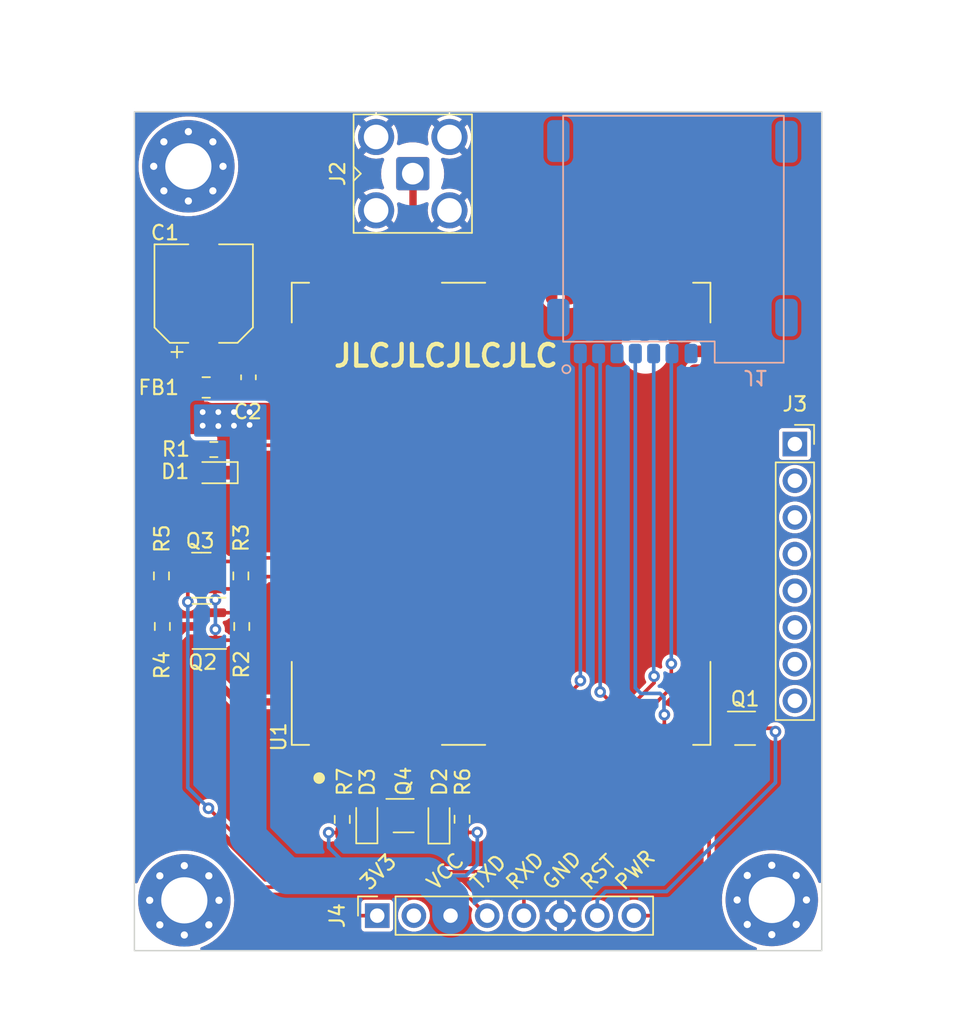
<source format=kicad_pcb>
(kicad_pcb (version 20241229) (generator "pcbnew") (generator_version "9.0")
  (layers (0 "F.Cu" signal) (2 "B.Cu" signal) (13 "F.Paste" user) (15 "B.Paste" user) (5 "F.SilkS" user "F.Silkscreen") (7 "B.SilkS" user "B.Silkscreen") (1 "F.Mask" user) (3 "B.Mask" user) (25 "Edge.Cuts" user))
  (net 0 "")
  (net 1 "VBATT_RF")
  (net 2 "GND")
  (net 3 "Net-(D1-K)")
  (net 4 "Net-(D1-A)")
  (net 5 "Net-(D2-K)")
  (net 6 "Net-(D2-A)")
  (net 7 "Net-(D3-K)")
  (net 8 "Net-(D3-A)")
  (net 9 "VBATT_BB")
  (net 10 "/USIM_VDD")
  (net 11 "/USIM_RST")
  (net 12 "/USIM_CLK")
  (net 13 "/USIM_GND")
  (net 15 "/USIM_DATA")
  (net 16 "Net-(J2-In)")
  (net 17 "RESET")
  (net 18 "Net-(Q1B-C2)")
  (net 19 "PWRKEY")
  (net 20 "Net-(Q1A-C1)")
  (net 21 "VDD_EXT")
  (net 22 "UC200_RX")
  (net 23 "EXTERNAL_TXD")
  (net 24 "UC200_TX")
  (net 25 "EXTERNAL_RXD")
  (net 26 "NET_MODE")
  (net 27 "NET_STATUS")
  (net 28 "+3.3V")
  (footprint "LED_SMD:LED_0603_1608Metric_Pad1.05x0.95mm_HandSolder" (layer "F.Cu") (at 110.2984 95.325 90)
    (property "Reference" "D2" (at 2.615 0.0392 90) (layer "F.SilkS"))
    (property "Value" "Green")
    (pad "1" smd roundrect (at -0.875 0 90) (size 1.05 0.95) (layers "F.Cu" "F.Mask" "F.Paste") (net 5 "Net-(D2-K)"))
    (pad "2" smd roundrect (at 0.875 0 90) (size 1.05 0.95) (layers "F.Cu" "F.Mask" "F.Paste") (net 6 "Net-(D2-A)"))
  )
  (footprint "Smart Farm Library:UC200T" (layer "F.Cu") (at 114.6 74.15 90)
    (property "Reference" "U1" (at -15.45 -15.4 90) (layer "F.SilkS") (effects (font (size 1.000323 1.000323))))
    (property "Value" "UC200T")
    (pad "1" smd oval (at -15.75 -12.6 90) (size 2.5 0.8) (layers "F.Cu" "F.Mask"))
    (pad "2" smd oval (at -15.75 -11.3 90) (size 2.5 0.8) (layers "F.Cu" "F.Mask"))
    (pad "3" smd oval (at -15.75 -10 90) (size 2.5 0.8) (layers "F.Cu" "F.Mask"))
    (pad "4" smd oval (at -15.75 -8.7 90) (size 2.5 0.8) (layers "F.Cu" "F.Mask"))
    (pad "5" smd oval (at -15.75 -7.4 90) (size 2.5 0.8) (layers "F.Cu" "F.Mask") (net 26 "NET_MODE"))
    (pad "6" smd oval (at -15.75 -6.1 90) (size 2.5 0.8) (layers "F.Cu" "F.Mask") (net 27 "NET_STATUS"))
    (pad "7" smd oval (at -15.75 -4.8 90) (size 2.5 0.8) (layers "F.Cu" "F.Mask") (net 21 "VDD_EXT"))
    (pad "8" smd oval (at -15.75 -0.4 90) (size 2.5 0.8) (layers "F.Cu" "F.Mask") (net 2 "GND"))
    (pad "9" smd oval (at -15.75 0.9 90) (size 2.5 0.8) (layers "F.Cu" "F.Mask") (net 2 "GND"))
    (pad "10" smd oval (at -15.75 2.2 90) (size 2.5 0.8) (layers "F.Cu" "F.Mask") (net 13 "/USIM_GND"))
    (pad "11" smd oval (at -15.75 3.5 90) (size 2.5 0.8) (layers "F.Cu" "F.Mask"))
    (pad "12" smd oval (at -15.75 4.8 90) (size 2.5 0.8) (layers "F.Cu" "F.Mask"))
    (pad "13" smd oval (at -15.75 6.1 90) (size 2.5 0.8) (layers "F.Cu" "F.Mask"))
    (pad "14" smd oval (at -15.75 7.4 90) (size 2.5 0.8) (layers "F.Cu" "F.Mask") (net 10 "/USIM_VDD"))
    (pad "15" smd oval (at -15.75 8.7 90) (size 2.5 0.8) (layers "F.Cu" "F.Mask") (net 15 "/USIM_DATA"))
    (pad "16" smd oval (at -15.75 10 90) (size 2.5 0.8) (layers "F.Cu" "F.Mask") (net 12 "/USIM_CLK"))
    (pad "17" smd oval (at -15.75 11.3 90) (size 2.5 0.8) (layers "F.Cu" "F.Mask") (net 11 "/USIM_RST"))
    (pad "18" smd oval (at -15.75 12.6 90) (size 2.5 0.8) (layers "F.Cu" "F.Mask"))
    (pad "19" smd oval (at -9.55 14.25 180) (size 2.5 0.8) (layers "F.Cu" "F.Mask") (net 2 "GND"))
    (pad "20" smd oval (at -8.25 14.25 180) (size 2.5 0.8) (layers "F.Cu" "F.Mask") (net 18 "Net-(Q1B-C2)"))
    (pad "21" smd oval (at -6.95 14.25 180) (size 2.5 0.8) (layers "F.Cu" "F.Mask") (net 20 "Net-(Q1A-C1)"))
    (pad "22" smd oval (at -5.65 14.25 180) (size 2.5 0.8) (layers "F.Cu" "F.Mask") (net 2 "GND"))
    (pad "23" smd oval (at -4.35 14.25 180) (size 2.5 0.8) (layers "F.Cu" "F.Mask"))
    (pad "24" smd oval (at -3.05 14.25 180) (size 2.5 0.8) (layers "F.Cu" "F.Mask"))
    (pad "25" smd oval (at -1.75 14.25 180) (size 2.5 0.8) (layers "F.Cu" "F.Mask"))
    (pad "26" smd oval (at -0.45 14.25 180) (size 2.5 0.8) (layers "F.Cu" "F.Mask"))
    (pad "27" smd oval (at 0.85 14.25 180) (size 2.5 0.8) (layers "F.Cu" "F.Mask"))
    (pad "28" smd oval (at 2.15 14.25 180) (size 2.5 0.8) (layers "F.Cu" "F.Mask"))
    (pad "29" smd oval (at 3.45 14.25 180) (size 2.5 0.8) (layers "F.Cu" "F.Mask"))
    (pad "30" smd oval (at 4.75 14.25 180) (size 2.5 0.8) (layers "F.Cu" "F.Mask"))
    (pad "31" smd oval (at 6.05 14.25 180) (size 2.5 0.8) (layers "F.Cu" "F.Mask"))
    (pad "32" smd oval (at 7.35 14.25 180) (size 2.5 0.8) (layers "F.Cu" "F.Mask"))
    (pad "33" smd oval (at 8.65 14.25 180) (size 2.5 0.8) (layers "F.Cu" "F.Mask"))
    (pad "34" smd oval (at 9.95 14.25 180) (size 2.5 0.8) (layers "F.Cu" "F.Mask"))
    (pad "35" smd oval (at 11.25 14.25 180) (size 2.5 0.8) (layers "F.Cu" "F.Mask"))
    (pad "36" smd oval (at 12.55 14.25 180) (size 2.5 0.8) (layers "F.Cu" "F.Mask") (net 2 "GND"))
    (pad "37" smd oval (at 15.75 12.6 270) (size 2.5 0.8) (layers "F.Cu" "F.Mask"))
    (pad "38" smd oval (at 15.75 11.3 270) (size 2.5 0.8) (layers "F.Cu" "F.Mask"))
    (pad "39" smd oval (at 15.75 10 270) (size 2.5 0.8) (layers "F.Cu" "F.Mask"))
    (pad "40" smd oval (at 15.75 8.7 270) (size 2.5 0.8) (layers "F.Cu" "F.Mask"))
    (pad "41" smd oval (at 15.75 7.4 270) (size 2.5 0.8) (layers "F.Cu" "F.Mask"))
    (pad "42" smd oval (at 15.75 6.1 270) (size 2.5 0.8) (layers "F.Cu" "F.Mask"))
    (pad "43" smd oval (at 15.75 4.8 270) (size 2.5 0.8) (layers "F.Cu" "F.Mask"))
    (pad "44" smd oval (at 15.75 3.5 270) (size 2.5 0.8) (layers "F.Cu" "F.Mask"))
    (pad "45" smd oval (at 15.75 2.2 270) (size 2.5 0.8) (layers "F.Cu" "F.Mask"))
    (pad "46" smd oval (at 15.75 0.9 270) (size 2.5 0.8) (layers "F.Cu" "F.Mask") (net 2 "GND"))
    (pad "47" smd oval (at 15.75 -0.4 270) (size 2.5 0.8) (layers "F.Cu" "F.Mask"))
    (pad "48" smd oval (at 15.75 -4.8 270) (size 2.5 0.8) (layers "F.Cu" "F.Mask") (net 2 "GND"))
    (pad "49" smd oval (at 15.75 -6.1 270) (size 2.5 0.8) (layers "F.Cu" "F.Mask") (net 16 "Net-(J2-In)"))
    (pad "50" smd oval (at 15.75 -7.4 270) (size 2.5 0.8) (layers "F.Cu" "F.Mask") (net 2 "GND"))
    (pad "51" smd oval (at 15.75 -8.7 270) (size 2.5 0.8) (layers "F.Cu" "F.Mask") (net 2 "GND"))
    (pad "52" smd oval (at 15.75 -10 270) (size 2.5 0.8) (layers "F.Cu" "F.Mask") (net 2 "GND"))
    (pad "53" smd oval (at 15.75 -11.3 270) (size 2.5 0.8) (layers "F.Cu" "F.Mask") (net 2 "GND"))
    (pad "54" smd oval (at 15.75 -12.6 270) (size 2.5 0.8) (layers "F.Cu" "F.Mask") (net 2 "GND"))
    (pad "55" smd oval (at 12.55 -14.25) (size 2.5 0.8) (layers "F.Cu" "F.Mask"))
    (pad "56" smd oval (at 11.25 -14.25) (size 2.5 0.8) (layers "F.Cu" "F.Mask") (net 2 "GND"))
    (pad "57" smd oval (at 9.95 -14.25) (size 2.5 0.8) (layers "F.Cu" "F.Mask") (net 1 "VBATT_RF"))
    (pad "58" smd oval (at 8.65 -14.25) (size 2.5 0.8) (layers "F.Cu" "F.Mask") (net 1 "VBATT_RF"))
    (pad "59" smd oval (at 7.35 -14.25) (size 2.5 0.8) (layers "F.Cu" "F.Mask") (net 9 "VBATT_BB"))
    (pad "60" smd oval (at 6.05 -14.25) (size 2.5 0.8) (layers "F.Cu" "F.Mask") (net 9 "VBATT_BB"))
    (pad "61" smd oval (at 4.75 -14.25) (size 2.5 0.8) (layers "F.Cu" "F.Mask") (net 3 "Net-(D1-K)"))
    (pad "62" smd oval (at 3.45 -14.25) (size 2.5 0.8) (layers "F.Cu" "F.Mask"))
    (pad "63" smd oval (at 2.15 -14.25) (size 2.5 0.8) (layers "F.Cu" "F.Mask"))
    (pad "64" smd oval (at 0.85 -14.25) (size 2.5 0.8) (layers "F.Cu" "F.Mask"))
    (pad "65" smd oval (at -0.45 -14.25) (size 2.5 0.8) (layers "F.Cu" "F.Mask"))
    (pad "66" smd oval (at -1.75 -14.25) (size 2.5 0.8) (layers "F.Cu" "F.Mask"))
    (pad "67" smd oval (at -3.05 -14.25) (size 2.5 0.8) (layers "F.Cu" "F.Mask") (net 24 "UC200_TX"))
    (pad "68" smd oval (at -4.35 -14.25) (size 2.5 0.8) (layers "F.Cu" "F.Mask") (net 22 "UC200_RX"))
    (pad "69" smd oval (at -5.65 -14.25) (size 2.5 0.8) (layers "F.Cu" "F.Mask"))
    (pad "70" smd oval (at -6.95 -14.25) (size 2.5 0.8) (layers "F.Cu" "F.Mask"))
    (pad "71" smd oval (at -8.25 -14.25) (size 2.5 0.8) (layers "F.Cu" "F.Mask"))
    (pad "72" smd oval (at -9.55 -14.25) (size 2.5 0.8) (layers "F.Cu" "F.Mask") (net 2 "GND"))
    (pad "85" smd rect (at 8.2 -9.6) (size 3 2) (layers "F.Cu" "F.Mask") (net 2 "GND"))
    (pad "86" smd rect (at 8.2 -4.8) (size 3 2) (layers "F.Cu" "F.Mask") (net 2 "GND"))
    (pad "87" smd rect (at 8.2 0) (size 3 2) (layers "F.Cu" "F.Mask") (net 2 "GND"))
    (pad "88" smd rect (at 8.2 4.8) (size 3 2) (layers "F.Cu" "F.Mask") (net 2 "GND"))
    (pad "89" smd rect (at 8.2 9.6) (size 3 2) (layers "F.Cu" "F.Mask") (net 2 "GND"))
    (pad "90" smd rect (at 5 -9.6) (size 3 2) (layers "F.Cu" "F.Mask") (net 2 "GND"))
    (pad "91" smd rect (at 5 -4.8) (size 3 2) (layers "F.Cu" "F.Mask") (net 2 "GND"))
    (pad "92" smd rect (at 5 0) (size 3 2) (layers "F.Cu" "F.Mask") (net 2 "GND"))
    (pad "93" smd rect (at 5 4.8) (size 3 2) (layers "F.Cu" "F.Mask") (net 2 "GND"))
    (pad "94" smd rect (at 5 9.6) (size 3 2) (layers "F.Cu" "F.Mask") (net 2 "GND"))
    (pad "95" smd rect (at 1.6 -9.6) (size 3 2) (layers "F.Cu" "F.Mask") (net 2 "GND"))
    (pad "96" smd rect (at 1.6 -4.8) (size 3 2) (layers "F.Cu" "F.Mask") (net 2 "GND"))
    (pad "97" smd rect (at 1.6 4.8) (size 3 2) (layers "F.Cu" "F.Mask") (net 2 "GND"))
    (pad "98" smd rect (at 1.6 9.6) (size 3 2) (layers "F.Cu" "F.Mask") (net 2 "GND"))
    (pad "99" smd rect (at -1.6 -9.6) (size 3 2) (layers "F.Cu" "F.Mask") (net 2 "GND"))
    (pad "100" smd rect (at -1.6 -4.8) (size 3 2) (layers "F.Cu" "F.Mask") (net 2 "GND"))
    (pad "101" smd rect (at -1.6 4.8) (size 3 2) (layers "F.Cu" "F.Mask") (net 2 "GND"))
    (pad "102" smd rect (at -1.6 9.6) (size 3 2) (layers "F.Cu" "F.Mask") (net 2 "GND"))
    (pad "103" smd rect (at -5 -9.6) (size 3 2) (layers "F.Cu" "F.Mask") (net 2 "GND"))
    (pad "104" smd rect (at -5 -4.8) (size 3 2) (layers "F.Cu" "F.Mask") (net 2 "GND"))
    (pad "105" smd rect (at -5 0) (size 3 2) (layers "F.Cu" "F.Mask") (net 2 "GND"))
    (pad "106" smd rect (at -5 4.8) (size 3 2) (layers "F.Cu" "F.Mask") (net 2 "GND"))
    (pad "107" smd rect (at -5 9.6) (size 3 2) (layers "F.Cu" "F.Mask") (net 2 "GND"))
    (pad "108" smd rect (at -8.2 -9.6) (size 3 2) (layers "F.Cu" "F.Mask") (net 2 "GND"))
    (pad "109" smd rect (at -8.2 -4.8) (size 3 2) (layers "F.Cu" "F.Mask") (net 2 "GND"))
    (pad "110" smd rect (at -8.2 0) (size 3 2) (layers "F.Cu" "F.Mask") (net 2 "GND"))
    (pad "111" smd rect (at -8.2 4.8) (size 3 2) (layers "F.Cu" "F.Mask") (net 2 "GND"))
    (pad "112" smd rect (at -8.2 9.6) (size 3 2) (layers "F.Cu" "F.Mask") (net 2 "GND"))
    (zone (net 0) (net_name "") (layer "F.Cu") (connect_pads (clearance 0)) (min_thickness 0.01)
      (keepout (tracks not_allowed) (vias not_allowed) (pads not_allowed) (copperpour not_allowed) (footprints allowed))
      (fill (thermal_gap 0.508) (thermal_bridge_width 0.508))
      (polygon (pts (xy 111.8 77.65) (xy 111.8 70.65) (xy 117.4 70.65) (xy 117.4 77.65)))
    )
    (zone (net 0) (net_name "") (layer "F.Cu") (connect_pads (clearance 0)) (min_thickness 1.7)
      (keepout (tracks not_allowed) (vias not_allowed) (pads not_allowed) (copperpour not_allowed) (footprints allowed))
      (fill (thermal_gap 0.508) (thermal_bridge_width 0.508))
      (polygon (pts (xy 109.14 61.05) (xy 109.306629 61.058186) (xy 109.471654 61.082665) (xy 109.633484 61.123201) (xy 109.790562 61.179405) (xy 109.941374 61.250734) (xy 110.084469 61.336502) (xy 110.218469 61.435882) (xy 110.342082 61.547918) (xy 110.454118 61.671531) (xy 110.553498 61.805531) (xy 110.639266 61.948626) (xy 110.710595 62.099438) (xy 110.766799 62.256516) (xy 110.807335 62.418346) (xy 110.831814 62.583371) (xy 110.84 62.75) (xy 110.831814 62.916629) (xy 110.807335 63.081654) (xy 110.766799 63.243484) (xy 110.710595 63.400562) (xy 110.639266 63.551374) (xy 110.553498 63.694469) (xy 110.454118 63.828469) (xy 110.342082 63.952082) (xy 110.218469 64.064118) (xy 110.084469 64.163498) (xy 109.941374 64.249266) (xy 109.790562 64.320595) (xy 109.633484 64.376799) (xy 109.471654 64.417335) (xy 109.306629 64.441814) (xy 109.14 64.45) (xy 108.973371 64.441814) (xy 108.808346 64.417335) (xy 108.646516 64.376799) (xy 108.489438 64.320595) (xy 108.338626 64.249266) (xy 108.195531 64.163498) (xy 108.061531 64.064118) (xy 107.937918 63.952082) (xy 107.825882 63.828469) (xy 107.726502 63.694469) (xy 107.640734 63.551374) (xy 107.569405 63.400562) (xy 107.513201 63.243484) (xy 107.472665 63.081654) (xy 107.448186 62.916629) (xy 107.44 62.75) (xy 107.448186 62.583371) (xy 107.472665 62.418346) (xy 107.513201 62.256516) (xy 107.569405 62.099438) (xy 107.640734 61.948626) (xy 107.726502 61.805531) (xy 107.825882 61.671531) (xy 107.937918 61.547918) (xy 108.061531 61.435882) (xy 108.195531 61.336502) (xy 108.338626 61.250734) (xy 108.489438 61.179405) (xy 108.646516 61.123201) (xy 108.808346 61.082665) (xy 108.973371 61.058186)))
    )
    (zone (net 0) (net_name "") (layer "F.Cu") (connect_pads (clearance 0)) (min_thickness 1.7)
      (keepout (tracks not_allowed) (vias not_allowed) (pads not_allowed) (copperpour not_allowed) (footprints allowed))
      (fill (thermal_gap 0.508) (thermal_bridge_width 0.508))
      (polygon (pts (xy 115.3 61.05) (xy 115.466629 61.058186) (xy 115.631654 61.082665) (xy 115.793484 61.123201) (xy 115.950562 61.179405) (xy 116.101374 61.250734) (xy 116.244469 61.336502) (xy 116.378469 61.435882) (xy 116.502082 61.547918) (xy 116.614118 61.671531) (xy 116.713498 61.805531) (xy 116.799266 61.948626) (xy 116.870595 62.099438) (xy 116.926799 62.256516) (xy 116.967335 62.418346) (xy 116.991814 62.583371) (xy 117 62.75) (xy 116.991814 62.916629) (xy 116.967335 63.081654) (xy 116.926799 63.243484) (xy 116.870595 63.400562) (xy 116.799266 63.551374) (xy 116.713498 63.694469) (xy 116.614118 63.828469) (xy 116.502082 63.952082) (xy 116.378469 64.064118) (xy 116.244469 64.163498) (xy 116.101374 64.249266) (xy 115.950562 64.320595) (xy 115.793484 64.376799) (xy 115.631654 64.417335) (xy 115.466629 64.441814) (xy 115.3 64.45) (xy 115.133371 64.441814) (xy 114.968346 64.417335) (xy 114.806516 64.376799) (xy 114.649438 64.320595) (xy 114.498626 64.249266) (xy 114.355531 64.163498) (xy 114.221531 64.064118) (xy 114.097918 63.952082) (xy 113.985882 63.828469) (xy 113.886502 63.694469) (xy 113.800734 63.551374) (xy 113.729405 63.400562) (xy 113.673201 63.243484) (xy 113.632665 63.081654) (xy 113.608186 62.916629) (xy 113.6 62.75) (xy 113.608186 62.583371) (xy 113.632665 62.418346) (xy 113.673201 62.256516) (xy 113.729405 62.099438) (xy 113.800734 61.948626) (xy 113.886502 61.805531) (xy 113.985882 61.671531) (xy 114.097918 61.547918) (xy 114.221531 61.435882) (xy 114.355531 61.336502) (xy 114.498626 61.250734) (xy 114.649438 61.179405) (xy 114.806516 61.123201) (xy 114.968346 61.082665) (xy 115.133371 61.058186)))
    )
    (zone (net 0) (net_name "") (layer "F.Cu") (connect_pads (clearance 0)) (min_thickness 1.7)
      (keepout (tracks not_allowed) (vias not_allowed) (pads not_allowed) (copperpour not_allowed) (footprints allowed))
      (fill (thermal_gap 0.508) (thermal_bridge_width 0.508))
      (polygon (pts (xy 124.6 61.05) (xy 124.766629 61.058186) (xy 124.931654 61.082665) (xy 125.093484 61.123201) (xy 125.250562 61.179405) (xy 125.401374 61.250734) (xy 125.544469 61.336502) (xy 125.678469 61.435882) (xy 125.802082 61.547918) (xy 125.914118 61.671531) (xy 126.013498 61.805531) (xy 126.099266 61.948626) (xy 126.170595 62.099438) (xy 126.226799 62.256516) (xy 126.267335 62.418346) (xy 126.291814 62.583371) (xy 126.3 62.75) (xy 126.291814 62.916629) (xy 126.267335 63.081654) (xy 126.226799 63.243484) (xy 126.170595 63.400562) (xy 126.099266 63.551374) (xy 126.013498 63.694469) (xy 125.914118 63.828469) (xy 125.802082 63.952082) (xy 125.678469 64.064118) (xy 125.544469 64.163498) (xy 125.401374 64.249266) (xy 125.250562 64.320595) (xy 125.093484 64.376799) (xy 124.931654 64.417335) (xy 124.766629 64.441814) (xy 124.6 64.45) (xy 124.433371 64.441814) (xy 124.268346 64.417335) (xy 124.106516 64.376799) (xy 123.949438 64.320595) (xy 123.798626 64.249266) (xy 123.655531 64.163498) (xy 123.521531 64.064118) (xy 123.397918 63.952082) (xy 123.285882 63.828469) (xy 123.186502 63.694469) (xy 123.100734 63.551374) (xy 123.029405 63.400562) (xy 122.973201 63.243484) (xy 122.932665 63.081654) (xy 122.908186 62.916629) (xy 122.9 62.75) (xy 122.908186 62.583371) (xy 122.932665 62.418346) (xy 122.973201 62.256516) (xy 123.029405 62.099438) (xy 123.100734 61.948626) (xy 123.186502 61.805531) (xy 123.285882 61.671531) (xy 123.397918 61.547918) (xy 123.521531 61.435882) (xy 123.655531 61.336502) (xy 123.798626 61.250734) (xy 123.949438 61.179405) (xy 124.106516 61.123201) (xy 124.268346 61.082665) (xy 124.433371 61.058186)))
    )
  )
  (footprint "MountingHole:MountingHole_3.2mm_M3_Pad_Via" (layer "F.Cu") (at 92.9386 50.0888)
    (property "Reference" "REF**" (hide yes))
    (property "Value" "MountingHole_3.2mm_M3_Pad_Via")
    (pad "1" thru_hole circle (at -2.4 0) (size 0.8 0.8) (drill 0.5) (layers "*.Cu" "*.Mask"))
    (pad "1" thru_hole circle (at -1.697056 -1.697056) (size 0.8 0.8) (drill 0.5) (layers "*.Cu" "*.Mask"))
    (pad "1" thru_hole circle (at -1.697056 1.697056) (size 0.8 0.8) (drill 0.5) (layers "*.Cu" "*.Mask"))
    (pad "1" thru_hole circle (at 0 -2.4) (size 0.8 0.8) (drill 0.5) (layers "*.Cu" "*.Mask"))
    (pad "1" thru_hole circle (at 0 0) (size 6.4 6.4) (drill 3.2) (layers "*.Cu" "*.Mask"))
    (pad "1" thru_hole circle (at 0 2.4) (size 0.8 0.8) (drill 0.5) (layers "*.Cu" "*.Mask"))
    (pad "1" thru_hole circle (at 1.697056 -1.697056) (size 0.8 0.8) (drill 0.5) (layers "*.Cu" "*.Mask"))
    (pad "1" thru_hole circle (at 1.697056 1.697056) (size 0.8 0.8) (drill 0.5) (layers "*.Cu" "*.Mask"))
    (pad "1" thru_hole circle (at 2.4 0) (size 0.8 0.8) (drill 0.5) (layers "*.Cu" "*.Mask"))
  )
  (footprint "Connector_PinSocket_2.54mm:PinSocket_1x08_P2.54mm_Vertical" (layer "F.Cu") (at 134.9502 69.32)
    (property "Reference" "J3" (at 0 -2.77 0) (layer "F.SilkS"))
    (property "Value" "Conn_01x08_Socket")
    (pad "1" thru_hole rect (at 0 0) (size 1.7 1.7) (drill 1) (layers "*.Cu" "*.Mask"))
    (pad "2" thru_hole oval (at 0 2.54) (size 1.7 1.7) (drill 1) (layers "*.Cu" "*.Mask"))
    (pad "3" thru_hole oval (at 0 5.08) (size 1.7 1.7) (drill 1) (layers "*.Cu" "*.Mask"))
    (pad "4" thru_hole oval (at 0 7.62) (size 1.7 1.7) (drill 1) (layers "*.Cu" "*.Mask"))
    (pad "5" thru_hole oval (at 0 10.16) (size 1.7 1.7) (drill 1) (layers "*.Cu" "*.Mask"))
    (pad "6" thru_hole oval (at 0 12.7) (size 1.7 1.7) (drill 1) (layers "*.Cu" "*.Mask"))
    (pad "7" thru_hole oval (at 0 15.24) (size 1.7 1.7) (drill 1) (layers "*.Cu" "*.Mask"))
    (pad "8" thru_hole oval (at 0 17.78) (size 1.7 1.7) (drill 1) (layers "*.Cu" "*.Mask"))
  )
  (footprint "Resistor_SMD:R_0603_1608Metric_Pad0.98x0.95mm_HandSolder" (layer "F.Cu") (at 103.5984 95.3125 90)
    (property "Reference" "R7" (at 2.6025 0.1606 90) (layer "F.SilkS"))
    (property "Value" "1k")
    (pad "1" smd roundrect (at -0.9125 0 90) (size 0.975 0.95) (layers "F.Cu" "F.Mask" "F.Paste") (net 9 "VBATT_BB"))
    (pad "2" smd roundrect (at 0.9125 0 90) (size 0.975 0.95) (layers "F.Cu" "F.Mask" "F.Paste") (net 8 "Net-(D3-A)"))
  )
  (footprint "Capacitor_SMD:CP_Elec_6.3x5.4" (layer "F.Cu") (at 94 58.9 90)
    (property "Reference" "C1" (at 4.2138 -2.687 0) (layer "F.SilkS"))
    (property "Value" "100u")
    (pad "1" smd roundrect (at -2.8 0 90) (size 3.5 1.6) (layers "F.Cu" "F.Mask" "F.Paste") (roundrect_rratio 0.15625) (net 1 "VBATT_RF"))
    (pad "2" smd roundrect (at 2.8 0 90) (size 3.5 1.6) (layers "F.Cu" "F.Mask" "F.Paste") (roundrect_rratio 0.15625) (net 2 "GND"))
  )
  (footprint "MountingHole:MountingHole_3.2mm_M3_Pad_Via" (layer "F.Cu") (at 92.6592 100.9142)
    (property "Reference" "REF**" (hide yes))
    (property "Value" "MountingHole_3.2mm_M3_Pad_Via")
    (pad "1" thru_hole circle (at -2.4 0) (size 0.8 0.8) (drill 0.5) (layers "*.Cu" "*.Mask"))
    (pad "1" thru_hole circle (at -1.697056 -1.697056) (size 0.8 0.8) (drill 0.5) (layers "*.Cu" "*.Mask"))
    (pad "1" thru_hole circle (at -1.697056 1.697056) (size 0.8 0.8) (drill 0.5) (layers "*.Cu" "*.Mask"))
    (pad "1" thru_hole circle (at 0 -2.4) (size 0.8 0.8) (drill 0.5) (layers "*.Cu" "*.Mask"))
    (pad "1" thru_hole circle (at 0 0) (size 6.4 6.4) (drill 3.2) (layers "*.Cu" "*.Mask"))
    (pad "1" thru_hole circle (at 0 2.4) (size 0.8 0.8) (drill 0.5) (layers "*.Cu" "*.Mask"))
    (pad "1" thru_hole circle (at 1.697056 -1.697056) (size 0.8 0.8) (drill 0.5) (layers "*.Cu" "*.Mask"))
    (pad "1" thru_hole circle (at 1.697056 1.697056) (size 0.8 0.8) (drill 0.5) (layers "*.Cu" "*.Mask"))
    (pad "1" thru_hole circle (at 2.4 0) (size 0.8 0.8) (drill 0.5) (layers "*.Cu" "*.Mask"))
  )
  (footprint "Resistor_SMD:R_0603_1608Metric_Pad0.98x0.95mm_HandSolder" (layer "F.Cu") (at 91.075 78.45 90)
    (property "Reference" "R5" (at 2.5802 0.0348 90) (layer "F.SilkS"))
    (property "Value" "10k")
    (pad "1" smd roundrect (at -0.9125 0 90) (size 0.975 0.95) (layers "F.Cu" "F.Mask" "F.Paste") (net 28 "+3.3V"))
    (pad "2" smd roundrect (at 0.9125 0 90) (size 0.975 0.95) (layers "F.Cu" "F.Mask" "F.Paste") (net 25 "EXTERNAL_RXD"))
  )
  (footprint "Inductor_SMD:L_0805_2012Metric_Pad1.15x1.40mm_HandSolder" (layer "F.Cu") (at 94.175 65.4)
    (property "Reference" "FB1" (at -3.2938 0.005 0) (layer "F.SilkS"))
    (property "Value" "220Ω")
    (pad "1" smd roundrect (at -1.025 0) (size 1.15 1.4) (layers "F.Cu" "F.Mask" "F.Paste") (roundrect_rratio 0.2173913043) (net 9 "VBATT_BB"))
    (pad "2" smd roundrect (at 1.025 0) (size 1.15 1.4) (layers "F.Cu" "F.Mask" "F.Paste") (roundrect_rratio 0.2173913043) (net 1 "VBATT_RF"))
  )
  (footprint "MountingHole:MountingHole_3.2mm_M3_Pad_Via" (layer "F.Cu") (at 133.35 100.8888)
    (property "Reference" "REF**" (hide yes))
    (property "Value" "MountingHole_3.2mm_M3_Pad_Via")
    (pad "1" thru_hole circle (at -2.4 0) (size 0.8 0.8) (drill 0.5) (layers "*.Cu" "*.Mask"))
    (pad "1" thru_hole circle (at -1.697056 -1.697056) (size 0.8 0.8) (drill 0.5) (layers "*.Cu" "*.Mask"))
    (pad "1" thru_hole circle (at -1.697056 1.697056) (size 0.8 0.8) (drill 0.5) (layers "*.Cu" "*.Mask"))
    (pad "1" thru_hole circle (at 0 -2.4) (size 0.8 0.8) (drill 0.5) (layers "*.Cu" "*.Mask"))
    (pad "1" thru_hole circle (at 0 0) (size 6.4 6.4) (drill 3.2) (layers "*.Cu" "*.Mask"))
    (pad "1" thru_hole circle (at 0 2.4) (size 0.8 0.8) (drill 0.5) (layers "*.Cu" "*.Mask"))
    (pad "1" thru_hole circle (at 1.697056 -1.697056) (size 0.8 0.8) (drill 0.5) (layers "*.Cu" "*.Mask"))
    (pad "1" thru_hole circle (at 1.697056 1.697056) (size 0.8 0.8) (drill 0.5) (layers "*.Cu" "*.Mask"))
    (pad "1" thru_hole circle (at 2.4 0) (size 0.8 0.8) (drill 0.5) (layers "*.Cu" "*.Mask"))
  )
  (footprint "Connector_Coaxial:SMA_Amphenol_901-143_Horizontal" (layer "F.Cu") (at 108.4834 50.5968)
    (property "Reference" "J2" (at -5.2 0 90) (layer "F.SilkS"))
    (property "Value" "Conn_Coaxial")
    (pad "1" thru_hole roundrect (at 0 0) (size 2.3 2.3) (drill 1.5) (layers "*.Cu" "*.Mask") (roundrect_rratio 0.087) (net 16 "Net-(J2-In)"))
    (pad "2" thru_hole circle (at -2.54 -2.54) (size 2.5 2.5) (drill 1.7) (layers "*.Cu" "*.Mask") (net 2 "GND"))
    (pad "2" thru_hole circle (at -2.54 2.54) (size 2.5 2.5) (drill 1.7) (layers "*.Cu" "*.Mask") (net 2 "GND"))
    (pad "2" thru_hole circle (at 2.54 -2.54) (size 2.5 2.5) (drill 1.7) (layers "*.Cu" "*.Mask") (net 2 "GND"))
    (pad "2" thru_hole circle (at 2.54 2.54) (size 2.5 2.5) (drill 1.7) (layers "*.Cu" "*.Mask") (net 2 "GND"))
  )
  (footprint "LED_SMD:LED_0603_1608Metric_Pad1.05x0.95mm_HandSolder" (layer "F.Cu") (at 94.7 71.3 180)
    (property "Reference" "D1" (at 2.6758 0.0784 0) (layer "F.SilkS"))
    (property "Value" "Yellow")
    (pad "1" smd roundrect (at -0.875 0 180) (size 1.05 0.95) (layers "F.Cu" "F.Mask" "F.Paste") (net 3 "Net-(D1-K)"))
    (pad "2" smd roundrect (at 0.875 0 180) (size 1.05 0.95) (layers "F.Cu" "F.Mask" "F.Paste") (net 4 "Net-(D1-A)"))
  )
  (footprint "Connector_PinSocket_2.54mm:PinSocket_1x08_P2.54mm_Vertical" (layer "F.Cu") (at 106.02 101.975 90)
    (property "Reference" "J4" (at 0 -2.77 90) (layer "F.SilkS"))
    (property "Value" "Conn_01x08_Socket")
    (pad "1" thru_hole rect (at 0 0 90) (size 1.7 1.7) (drill 1) (layers "*.Cu" "*.Mask") (net 28 "+3.3V"))
    (pad "2" thru_hole oval (at 0 2.54 90) (size 1.7 1.7) (drill 1) (layers "*.Cu" "*.Mask"))
    (pad "3" thru_hole oval (at 0 5.08 90) (size 1.7 1.7) (drill 1) (layers "*.Cu" "*.Mask") (net 9 "VBATT_BB"))
    (pad "4" thru_hole oval (at 0 7.62 90) (size 1.7 1.7) (drill 1) (layers "*.Cu" "*.Mask") (net 23 "EXTERNAL_TXD"))
    (pad "5" thru_hole oval (at 0 10.16 90) (size 1.7 1.7) (drill 1) (layers "*.Cu" "*.Mask") (net 25 "EXTERNAL_RXD"))
    (pad "6" thru_hole oval (at 0 12.7 90) (size 1.7 1.7) (drill 1) (layers "*.Cu" "*.Mask") (net 2 "GND"))
    (pad "7" thru_hole oval (at 0 15.24 90) (size 1.7 1.7) (drill 1) (layers "*.Cu" "*.Mask") (net 17 "RESET"))
    (pad "8" thru_hole oval (at 0 17.78 90) (size 1.7 1.7) (drill 1) (layers "*.Cu" "*.Mask") (net 19 "PWRKEY"))
  )
  (footprint "Package_TO_SOT_SMD:SOT-363_SC-70-6" (layer "F.Cu") (at 131.5 89)
    (property "Reference" "Q1" (at 0 -2.0304 0) (layer "F.SilkS"))
    (property "Value" "UMH3N")
    (pad "1" smd rect (at -0.95 -0.65) (size 0.65 0.4) (layers "F.Cu" "F.Mask" "F.Paste") (net 2 "GND"))
    (pad "2" smd rect (at -0.95 0) (size 0.65 0.4) (layers "F.Cu" "F.Mask" "F.Paste") (net 19 "PWRKEY"))
    (pad "3" smd rect (at -0.95 0.65) (size 0.65 0.4) (layers "F.Cu" "F.Mask" "F.Paste") (net 18 "Net-(Q1B-C2)"))
    (pad "4" smd rect (at 0.95 0.65) (size 0.65 0.4) (layers "F.Cu" "F.Mask" "F.Paste") (net 2 "GND"))
    (pad "5" smd rect (at 0.95 0) (size 0.65 0.4) (layers "F.Cu" "F.Mask" "F.Paste") (net 17 "RESET"))
    (pad "6" smd rect (at 0.95 -0.65) (size 0.65 0.4) (layers "F.Cu" "F.Mask" "F.Paste") (net 20 "Net-(Q1A-C1)"))
  )
  (footprint "Package_TO_SOT_SMD:SOT-363_SC-70-6" (layer "F.Cu") (at 107.8484 95.05)
    (property "Reference" "Q4" (at 0 -2.3908 90) (layer "F.SilkS"))
    (property "Value" "UMH3N")
    (pad "1" smd rect (at -0.95 -0.65) (size 0.65 0.4) (layers "F.Cu" "F.Mask" "F.Paste") (net 2 "GND"))
    (pad "2" smd rect (at -0.95 0) (size 0.65 0.4) (layers "F.Cu" "F.Mask" "F.Paste") (net 26 "NET_MODE"))
    (pad "3" smd rect (at -0.95 0.65) (size 0.65 0.4) (layers "F.Cu" "F.Mask" "F.Paste") (net 7 "Net-(D3-K)"))
    (pad "4" smd rect (at 0.95 0.65) (size 0.65 0.4) (layers "F.Cu" "F.Mask" "F.Paste") (net 2 "GND"))
    (pad "5" smd rect (at 0.95 0) (size 0.65 0.4) (layers "F.Cu" "F.Mask" "F.Paste") (net 27 "NET_STATUS"))
    (pad "6" smd rect (at 0.95 -0.65) (size 0.65 0.4) (layers "F.Cu" "F.Mask" "F.Paste") (net 5 "Net-(D2-K)"))
  )
  (footprint "LED_SMD:LED_0603_1608Metric_Pad1.05x0.95mm_HandSolder" (layer "F.Cu") (at 105.2984 95.3125 90)
    (property "Reference" "D3" (at 2.5771 0.0354 90) (layer "F.SilkS"))
    (property "Value" "Blue")
    (pad "1" smd roundrect (at -0.875 0 90) (size 1.05 0.95) (layers "F.Cu" "F.Mask" "F.Paste") (net 7 "Net-(D3-K)"))
    (pad "2" smd roundrect (at 0.875 0 90) (size 1.05 0.95) (layers "F.Cu" "F.Mask" "F.Paste") (net 8 "Net-(D3-A)"))
  )
  (footprint "Capacitor_SMD:C_0603_1608Metric_Pad1.08x0.95mm_HandSolder" (layer "F.Cu") (at 97.1 64.7 90)
    (property "Reference" "C2" (at -2.3814 -0.0466 180) (layer "F.SilkS"))
    (property "Value" "100n")
    (pad "1" smd roundrect (at -0.8625 0 90) (size 1.075 0.95) (layers "F.Cu" "F.Mask" "F.Paste") (net 1 "VBATT_RF"))
    (pad "2" smd roundrect (at 0.8625 0 90) (size 1.075 0.95) (layers "F.Cu" "F.Mask" "F.Paste") (net 2 "GND"))
  )
  (footprint "Resistor_SMD:R_0603_1608Metric_Pad0.98x0.95mm_HandSolder" (layer "F.Cu") (at 96.575 78.45 90)
    (property "Reference" "R3" (at 2.631 0.0212 270) (layer "F.SilkS"))
    (property "Value" "10k")
    (pad "1" smd roundrect (at -0.9125 0 90) (size 0.975 0.95) (layers "F.Cu" "F.Mask" "F.Paste") (net 21 "VDD_EXT"))
    (pad "2" smd roundrect (at 0.9125 0 90) (size 0.975 0.95) (layers "F.Cu" "F.Mask" "F.Paste") (net 24 "UC200_TX"))
  )
  (footprint "Resistor_SMD:R_0603_1608Metric_Pad0.98x0.95mm_HandSolder" (layer "F.Cu") (at 94.7 69.7 180)
    (property "Reference" "R1" (at 2.625 0.0278 0) (layer "F.SilkS"))
    (property "Value" "1k")
    (pad "1" smd roundrect (at -0.9125 0 180) (size 0.975 0.95) (layers "F.Cu" "F.Mask" "F.Paste") (net 9 "VBATT_BB"))
    (pad "2" smd roundrect (at 0.9125 0 180) (size 0.975 0.95) (layers "F.Cu" "F.Mask" "F.Paste") (net 4 "Net-(D1-A)"))
  )
  (footprint "Resistor_SMD:R_0603_1608Metric_Pad0.98x0.95mm_HandSolder" (layer "F.Cu") (at 111.8984 95.3 90)
    (property "Reference" "R6" (at 2.59 0.0394 90) (layer "F.SilkS"))
    (property "Value" "1k")
    (pad "1" smd roundrect (at -0.9125 0 90) (size 0.975 0.95) (layers "F.Cu" "F.Mask" "F.Paste") (net 9 "VBATT_BB"))
    (pad "2" smd roundrect (at 0.9125 0 90) (size 0.975 0.95) (layers "F.Cu" "F.Mask" "F.Paste") (net 6 "Net-(D2-A)"))
  )
  (footprint "Resistor_SMD:R_0603_1608Metric_Pad0.98x0.95mm_HandSolder" (layer "F.Cu") (at 96.6375 81.95 90)
    (property "Reference" "R2" (at -2.632 -0.0159 90) (layer "F.SilkS"))
    (property "Value" "10k")
    (pad "1" smd roundrect (at -0.9125 0 90) (size 0.975 0.95) (layers "F.Cu" "F.Mask" "F.Paste") (net 21 "VDD_EXT"))
    (pad "2" smd roundrect (at 0.9125 0 90) (size 0.975 0.95) (layers "F.Cu" "F.Mask" "F.Paste") (net 22 "UC200_RX"))
  )
  (footprint "Resistor_SMD:R_0603_1608Metric_Pad0.98x0.95mm_HandSolder" (layer "F.Cu") (at 91.1375 81.95 -90)
    (property "Reference" "R4" (at 2.6828 0.0277 270) (layer "F.SilkS"))
    (property "Value" "10k")
    (pad "1" smd roundrect (at -0.9125 0 270) (size 0.975 0.95) (layers "F.Cu" "F.Mask" "F.Paste") (net 28 "+3.3V"))
    (pad "2" smd roundrect (at 0.9125 0 270) (size 0.975 0.95) (layers "F.Cu" "F.Mask" "F.Paste") (net 23 "EXTERNAL_TXD"))
  )
  (footprint "Package_TO_SOT_SMD:SOT-23" (layer "F.Cu") (at 93.875 81.95 180)
    (property "Reference" "Q2" (at -0.0542 -2.4796 0) (layer "F.SilkS"))
    (property "Value" "BSS138")
    (pad "1" smd roundrect (at -0.9375 -0.95 180) (size 1.475 0.6) (layers "F.Cu" "F.Mask" "F.Paste") (net 21 "VDD_EXT"))
    (pad "2" smd roundrect (at -0.9375 0.95 180) (size 1.475 0.6) (layers "F.Cu" "F.Mask" "F.Paste") (net 22 "UC200_RX"))
    (pad "3" smd roundrect (at 0.9375 0 180) (size 1.475 0.6) (layers "F.Cu" "F.Mask" "F.Paste") (net 23 "EXTERNAL_TXD"))
  )
  (footprint "Package_TO_SOT_SMD:SOT-23" (layer "F.Cu") (at 93.8375 78.4 180)
    (property "Reference" "Q3" (at 0.0861 2.3778 0) (layer "F.SilkS"))
    (property "Value" "BSS138")
    (pad "1" smd roundrect (at -0.9375 -0.95 180) (size 1.475 0.6) (layers "F.Cu" "F.Mask" "F.Paste") (net 21 "VDD_EXT"))
    (pad "2" smd roundrect (at -0.9375 0.95 180) (size 1.475 0.6) (layers "F.Cu" "F.Mask" "F.Paste") (net 24 "UC200_TX"))
    (pad "3" smd roundrect (at 0.9375 0 180) (size 1.475 0.6) (layers "F.Cu" "F.Mask" "F.Paste") (net 25 "EXTERNAL_RXD"))
  )
  (footprint "Smart Farm Library:HOAUC HYC14-SIM07-135B" (layer "B.Cu") (at 118.896 46.587)
    (property "Reference" "J1" (at 13.35 18.125 180) (layer "B.SilkS") (effects (justify mirror)))
    (property "Value" "SIM_Card")
    (pad "1" smd roundrect (at 2.46 16.465) (size 0.9 1.35) (layers "B.Cu" "B.Mask" "B.Paste") (net 10 "/USIM_VDD"))
    (pad "2" smd roundrect (at 5 16.465) (size 0.9 1.35) (layers "B.Cu" "B.Mask" "B.Paste") (net 11 "/USIM_RST"))
    (pad "3" smd roundrect (at 7.54 16.465) (size 0.9 1.35) (layers "B.Cu" "B.Mask" "B.Paste") (net 12 "/USIM_CLK"))
    (pad "5" smd roundrect (at 1.19 16.465) (size 0.9 1.35) (layers "B.Cu" "B.Mask" "B.Paste") (net 13 "/USIM_GND"))
    (pad "6" smd roundrect (at 3.73 16.465) (size 0.9 1.35) (layers "B.Cu" "B.Mask" "B.Paste"))
    (pad "7" smd roundrect (at 6.27 16.465) (size 0.9 1.35) (layers "B.Cu" "B.Mask" "B.Paste") (net 15 "/USIM_DATA"))
    (pad "CD" smd roundrect (at 8.86 16.465) (size 0.9 1.35) (layers "B.Cu" "B.Mask" "B.Paste"))
    (pad "PAD" smd roundrect (at -0.33 1.75) (size 1.55 2.9) (layers "B.Cu" "B.Mask" "B.Paste"))
    (pad "PAD" smd roundrect (at -0.33 13.98) (size 1.55 2.6) (layers "B.Cu" "B.Mask" "B.Paste"))
    (pad "PAD" smd roundrect (at 15.47 1.8) (size 1.55 2.9) (layers "B.Cu" "B.Mask" "B.Paste"))
    (pad "PAD" smd roundrect (at 15.47 13.975) (size 1.55 2.6) (layers "B.Cu" "B.Mask" "B.Paste"))
  )
  (gr_rect (start 89.2 46.313) (end 136.8108 104.4) (stroke (width 0.1)) (fill no) (layer "Edge.Cuts"))
  (gr_text "VCC" (at 110.076379 100.4062 45) (layer "F.SilkS") (effects (font (size 1 1)) (justify left bottom)))
  (gr_text "RXD" (at 115.56044 100.4062 45) (layer "F.SilkS") (effects (font (size 1 1)) (justify left bottom)))
  (gr_text "TXD" (at 113.104619 100.4062 45) (layer "F.SilkS") (effects (font (size 1 1)) (justify left bottom)))
  (gr_text "3V3" (at 105.467784 100.4062 45) (layer "F.SilkS") (effects (font (size 1 1)) (justify left bottom)))
  (gr_text "GND" (at 118.066768 100.4062 45) (layer "F.SilkS") (effects (font (size 1 1)) (justify left bottom)))
  (gr_text "JLCJLCJLCJLC" (at 102.87 64.0842 0) (layer "F.SilkS") (effects (font (size 1.5 1.5) (thickness 0.3) (bold yes)) (justify left bottom)))
  (gr_text "PWR" (at 123.113097 100.4062 45) (layer "F.SilkS") (effects (font (size 1 1)) (justify left bottom)))
  (gr_text "RST" (at 120.724619 100.4062 45) (layer "F.SilkS") (effects (font (size 1 1)) (justify left bottom)))
  (segment (start 95.575 71.3) (end 97.475 69.4) (width 0.254) (layer "F.Cu") (net 3))
  (segment (start 97.475 69.4) (end 100.35 69.4) (width 0.254) (layer "F.Cu") (net 3))
  (segment (start 93.7875 71.2625) (end 93.825 71.3) (width 0.254) (layer "F.Cu") (net 4))
  (segment (start 93.7875 69.7) (end 93.7875 71.2625) (width 0.254) (layer "F.Cu") (net 4))
  (segment (start 109.4484 94.6402) (end 109.2082 94.4) (width 0.25) (layer "F.Cu") (net 5))
  (segment (start 109.8144 96.2) (end 109.4484 95.834) (width 0.25) (layer "F.Cu") (net 5))
  (segment (start 109.4484 95.834) (end 109.4484 94.6402) (width 0.25) (layer "F.Cu") (net 5))
  (segment (start 110.2984 96.2) (end 109.8144 96.2) (width 0.25) (layer "F.Cu") (net 5))
  (segment (start 109.2082 94.4) (end 108.7984 94.4) (width 0.25) (layer "F.Cu") (net 5))
  (segment (start 111.8359 94.45) (end 111.8984 94.3875) (width 0.25) (layer "F.Cu") (net 6))
  (segment (start 110.2484 94.4) (end 110.2984 94.45) (width 0.25) (layer "F.Cu") (net 6))
  (segment (start 110.3609 94.3875) (end 110.2984 94.45) (width 0.25) (layer "F.Cu") (net 6))
  (segment (start 110.2984 94.45) (end 111.8359 94.45) (width 0.25) (layer "F.Cu") (net 6))
  (segment (start 105.849 95.7) (end 106.8984 95.7) (width 0.25) (layer "F.Cu") (net 7))
  (segment (start 105.3615 96.1875) (end 105.849 95.7) (width 0.25) (layer "F.Cu") (net 7))
  (segment (start 105.2984 96.1875) (end 105.3615 96.1875) (width 0.25) (layer "F.Cu") (net 7))
  (segment (start 103.5984 94.4) (end 105.2609 94.4) (width 0.25) (layer "F.Cu") (net 8))
  (segment (start 105.2609 94.4) (end 105.2984 94.4375) (width 0.25) (layer "F.Cu") (net 8))
  (segment (start 103.5984 96.225) (end 102.657 96.225) (width 0.254) (layer "F.Cu") (net 9))
  (segment (start 111.8984 96.2125) (end 112.9511 96.2125) (width 0.254) (layer "F.Cu") (net 9))
  (via (at 96.096666 68.0466) (size 0.8) (drill 0.4) (layers "F.Cu" "B.Cu") (net 9))
  (via (at 93.9292 67.1068) (size 0.8) (drill 0.4) (layers "F.Cu" "B.Cu") (net 9))
  (via (at 95.012933 68.072) (size 0.8) (drill 0.4) (layers "F.Cu" "B.Cu") (net 9))
  (via (at 97.1804 67.1068) (size 0.8) (drill 0.4) (layers "F.Cu" "B.Cu") (net 9))
  (via (at 112.9511 96.2125) (size 0.8) (drill 0.4) (layers "F.Cu" "B.Cu") (net 9))
  (via (at 96.096666 67.1068) (size 0.8) (drill 0.4) (layers "F.Cu" "B.Cu") (net 9))
  (via (at 97.1804 67.9958) (size 0.8) (drill 0.4) (layers "F.Cu" "B.Cu") (net 9))
  (via (at 102.657 96.225) (size 0.8) (drill 0.4) (layers "F.Cu" "B.Cu") (net 9))
  (via (at 93.9292 68.0466) (size 0.8) (drill 0.4) (layers "F.Cu" "B.Cu") (net 9))
  (via (at 95.012933 67.1068) (size 0.8) (drill 0.4) (layers "F.Cu" "B.Cu") (net 9))
  (segment (start 112.9511 96.2125) (end 112.9511 98.4277) (width 0.254) (layer "B.Cu") (net 9))
  (segment (start 99.7712 99.2124) (end 97.0788 96.52) (width 2.54) (layer "B.Cu") (net 9))
  (segment (start 112.1664 99.2124) (end 109.539481 99.2124) (width 0.254) (layer "B.Cu") (net 9))
  (segment (start 109.539481 99.2124) (end 104.6226 99.2124) (width 2.54) (layer "B.Cu") (net 9))
  (segment (start 97.0788 96.52) (end 97.0788 68.6054) (width 2.54) (layer "B.Cu") (net 9))
  (segment (start 111.1 100.772919) (end 109.539481 99.2124) (width 2.54) (layer "B.Cu") (net 9))
  (segment (start 112.9511 98.4277) (end 112.1664 99.2124) (width 0.254) (layer "B.Cu") (net 9))
  (segment (start 111.1 101.975) (end 111.1 100.772919) (width 2.54) (layer "B.Cu") (net 9))
  (segment (start 102.657 96.225) (end 102.657 97.2468) (width 0.254) (layer "B.Cu") (net 9))
  (segment (start 102.657 97.2468) (end 104.6226 99.2124) (width 0.254) (layer "B.Cu") (net 9))
  (segment (start 104.6226 99.2124) (end 99.7712 99.2124) (width 2.54) (layer "B.Cu") (net 9))
  (segment (start 121.4882 86.487) (end 121.4628 86.487) (width 0.25) (layer "F.Cu") (net 10))
  (segment (start 122 86.9988) (end 121.4882 86.487) (width 0.25) (layer "F.Cu") (net 10))
  (segment (start 122 89.9) (end 122 86.9988) (width 0.25) (layer "F.Cu") (net 10))
  (via (at 121.4628 86.487) (size 0.8) (drill 0.4) (layers "F.Cu" "B.Cu") (net 10))
  (segment (start 121.4628 86.487) (end 121.4628 63.1588) (width 0.25) (layer "B.Cu") (net 10))
  (segment (start 121.4628 63.1588) (end 121.356 63.052) (width 0.25) (layer "B.Cu") (net 10))
  (segment (start 125.9078 88.0618) (end 125.9078 89.8922) (width 0.25) (layer "F.Cu") (net 11))
  (segment (start 125.9078 89.8922) (end 125.9 89.9) (width 0.25) (layer "F.Cu") (net 11))
  (via (at 125.9078 88.0618) (size 0.8) (drill 0.4) (layers "F.Cu" "B.Cu") (net 11))
  (segment (start 123.896 86.2024) (end 124.2822 86.5886) (width 0.25) (layer "B.Cu") (net 11))
  (segment (start 125.8824 88.0364) (end 125.9078 88.0618) (width 0.25) (layer "B.Cu") (net 11))
  (segment (start 124.2822 86.5886) (end 125.603 86.5886) (width 0.25) (layer "B.Cu") (net 11))
  (segment (start 125.603 86.5886) (end 125.8824 86.868) (width 0.25) (layer "B.Cu") (net 11))
  (segment (start 123.896 63.052) (end 123.896 86.2024) (width 0.25) (layer "B.Cu") (net 11))
  (segment (start 125.8824 86.868) (end 125.8824 88.0364) (width 0.25) (layer "B.Cu") (net 11))
  (segment (start 126.3904 86.1822) (end 126.3904 84.5312) (width 0.25) (layer "F.Cu") (net 12))
  (segment (start 124.6 87.9726) (end 126.3904 86.1822) (width 0.25) (layer "F.Cu") (net 12))
  (segment (start 124.6 89.9) (end 124.6 87.9726) (width 0.25) (layer "F.Cu") (net 12))
  (via (at 126.3904 84.5312) (size 0.8) (drill 0.4) (layers "F.Cu" "B.Cu") (net 12))
  (segment (start 126.3904 63.0976) (end 126.436 63.052) (width 0.25) (layer "B.Cu") (net 12))
  (segment (start 126.3904 84.5312) (end 126.3904 63.0976) (width 0.25) (layer "B.Cu") (net 12))
  (segment (start 116.8 87.4922) (end 116.8 89.9) (width 0.25) (layer "F.Cu") (net 13))
  (segment (start 120.0912 85.8266) (end 119.126 86.7918) (width 0.25) (layer "F.Cu") (net 13))
  (segment (start 117.5004 86.7918) (end 116.8 87.4922) (width 0.25) (layer "F.Cu") (net 13))
  (segment (start 119.126 86.7918) (end 117.5004 86.7918) (width 0.25) (layer "F.Cu") (net 13))
  (segment (start 120.0912 85.6996) (end 120.0912 85.8266) (width 0.25) (layer "F.Cu") (net 13))
  (via (at 120.0912 85.6996) (size 0.8) (drill 0.4) (layers "F.Cu" "B.Cu") (net 13))
  (segment (start 120.0912 63.0572) (end 120.086 63.052) (width 0.25) (layer "B.Cu") (net 13))
  (segment (start 120.0912 85.6996) (end 120.0912 63.0572) (width 0.25) (layer "B.Cu") (net 13))
  (segment (start 123.3 87.7486) (end 123.3 89.9) (width 0.25) (layer "F.Cu") (net 15))
  (segment (start 125.1966 85.852) (end 123.3 87.7486) (width 0.25) (layer "F.Cu") (net 15))
  (segment (start 125.1966 85.3948) (end 125.1966 85.852) (width 0.25) (layer "F.Cu") (net 15))
  (via (at 125.1966 85.3948) (size 0.8) (drill 0.4) (layers "F.Cu" "B.Cu") (net 15))
  (segment (start 125.1966 85.3948) (end 125.1712 85.3694) (width 0.25) (layer "B.Cu") (net 15))
  (segment (start 125.1712 85.3694) (end 125.1712 63.0572) (width 0.25) (layer "B.Cu") (net 15))
  (segment (start 125.1712 63.0572) (end 125.166 63.052) (width 0.25) (layer "B.Cu") (net 15))
  (segment (start 108.5 58.4) (end 108.5 50.634758) (width 0.508) (layer "F.Cu") (net 16))
  (segment (start 108.471541 50.606299) (end 108.5 50.57784) (width 0.508) (layer "F.Cu") (net 16))
  (segment (start 108.5 50.634758) (end 108.471541 50.606299) (width 0.508) (layer "F.Cu") (net 16))
  (segment (start 133.3738 89) (end 132.45 89) (width 0.254) (layer "F.Cu") (net 17))
  (segment (start 133.604 89.2302) (end 133.3738 89) (width 0.254) (layer "F.Cu") (net 17))
  (via (at 133.604 89.2302) (size 0.8) (drill 0.4) (layers "F.Cu" "B.Cu") (net 17))
  (segment (start 121.8438 100.3046) (end 126.0602 100.3046) (width 0.254) (layer "B.Cu") (net 17))
  (segment (start 133.604 92.7608) (end 133.604 89.2302) (width 0.254) (layer "B.Cu") (net 17))
  (segment (start 126.0602 100.3046) (end 133.604 92.7608) (width 0.254) (layer "B.Cu") (net 17))
  (segment (start 121.26 100.8884) (end 121.8438 100.3046) (width 0.254) (layer "B.Cu") (net 17))
  (segment (start 121.26 101.975) (end 121.26 100.8884) (width 0.254) (layer "B.Cu") (net 17))
  (segment (start 131.4704 89.3046) (end 131.125 89.65) (width 0.25) (layer "F.Cu") (net 18))
  (segment (start 130.9394 82.4) (end 131.4704 82.931) (width 0.25) (layer "F.Cu") (net 18))
  (segment (start 128.85 82.4) (end 130.9394 82.4) (width 0.25) (layer "F.Cu") (net 18))
  (segment (start 131.4704 82.931) (end 131.4704 89.3046) (width 0.25) (layer "F.Cu") (net 18))
  (segment (start 131.125 89.65) (end 130.55 89.65) (width 0.25) (layer "F.Cu") (net 18))
  (segment (start 127.4378 101.975) (end 129.0066 100.4062) (width 0.254) (layer "F.Cu") (net 19))
  (segment (start 129.0066 100.4062) (end 129.0066 89.9644) (width 0.254) (layer "F.Cu") (net 19))
  (segment (start 123.8 101.975) (end 127.4378 101.975) (width 0.254) (layer "F.Cu") (net 19))
  (segment (start 129.971 89) (end 130.55 89) (width 0.254) (layer "F.Cu") (net 19))
  (segment (start 129.0066 89.9644) (end 129.971 89) (width 0.254) (layer "F.Cu") (net 19))
  (segment (start 131.6714 81.1) (end 128.85 81.1) (width 0.25) (layer "F.Cu") (net 20))
  (segment (start 132.45 88.35) (end 132.45 81.8786) (width 0.25) (layer "F.Cu") (net 20))
  (segment (start 132.45 81.8786) (end 131.6714 81.1) (width 0.25) (layer "F.Cu") (net 20))
  (segment (start 96.5625 79.35) (end 96.575 79.3625) (width 0.25) (layer "F.Cu") (net 21))
  (segment (start 94.8125 82.9) (end 96.6 82.9) (width 0.25) (layer "F.Cu") (net 21))
  (segment (start 94.8125 82.9) (end 94.8125 82.1493) (width 0.25) (layer "F.Cu") (net 21))
  (segment (start 94.775 79.35) (end 96.5625 79.35) (width 0.25) (layer "F.Cu") (net 21))
  (segment (start 94.775 79.35) (end 94.775 80.063) (width 0.25) (layer "F.Cu") (net 21))
  (segment (start 94.8125 85.6431) (end 94.8125 82.9) (width 0.508) (layer "F.Cu") (net 21))
  (segment (start 94.775 80.063) (end 94.8125 80.1005) (width 0.25) (layer "F.Cu") (net 21))
  (segment (start 109.8 87.8544) (end 109.1184 87.1728) (width 0.508) (layer "F.Cu") (net 21))
  (segment (start 96.6 82.9) (end 96.6375 82.8625) (width 0.25) (layer "F.Cu") (net 21))
  (segment (start 109.8 89.9) (end 109.8 87.8544) (width 0.508) (layer "F.Cu") (net 21))
  (segment (start 96.3422 87.1728) (end 94.8125 85.6431) (width 0.508) (layer "F.Cu") (net 21))
  (segment (start 109.1184 87.1728) (end 96.3422 87.1728) (width 0.508) (layer "F.Cu") (net 21))
  (via (at 94.8125 82.1493) (size 0.8) (drill 0.4) (layers "F.Cu" "B.Cu") (net 21))
  (via (at 94.8125 80.1005) (size 0.8) (drill 0.4) (layers "F.Cu" "B.Cu") (net 21))
  (segment (start 94.8125 82.1493) (end 94.8125 80.1005) (width 0.25) (layer "B.Cu") (net 21))
  (segment (start 94.8125 81) (end 96.6 81) (width 0.25) (layer "F.Cu") (net 22))
  (segment (start 97.4483 81.0375) (end 97.8662 80.6196) (width 0.25) (layer "F.Cu") (net 22))
  (segment (start 96.6375 81.0375) (end 97.4483 81.0375) (width 0.25) (layer "F.Cu") (net 22))
  (segment (start 96.6 81) (end 96.6375 81.0375) (width 0.25) (layer "F.Cu") (net 22))
  (segment (start 97.8662 78.9686) (end 98.3348 78.5) (width 0.25) (layer "F.Cu") (net 22))
  (segment (start 97.8662 80.6196) (end 97.8662 78.9686) (width 0.25) (layer "F.Cu") (net 22))
  (segment (start 98.3348 78.5) (end 100.35 78.5) (width 0.25) (layer "F.Cu") (net 22))
  (segment (start 92.025 82.8625) (end 92.9375 81.95) (width 0.25) (layer "F.Cu") (net 23))
  (segment (start 91.1375 82.8625) (end 92.025 82.8625) (width 0.25) (layer "F.Cu") (net 23))
  (segment (start 91.1375 93.0933) (end 91.1375 82.8625) (width 0.25) (layer "F.Cu") (net 23))
  (segment (start 98.044 99.9998) (end 91.1375 93.0933) (width 0.25) (layer "F.Cu") (net 23))
  (segment (start 111.6648 99.9998) (end 98.044 99.9998) (width 0.25) (layer "F.Cu") (net 23))
  (segment (start 113.64 101.975) (end 111.6648 99.9998) (width 0.25) (layer "F.Cu") (net 23))
  (segment (start 94.775 77.45) (end 96.4875 77.45) (width 0.25) (layer "F.Cu") (net 24))
  (segment (start 96.4875 77.45) (end 96.575 77.5375) (width 0.25) (layer "F.Cu") (net 24))
  (segment (start 96.9125 77.2) (end 100.35 77.2) (width 0.25) (layer "F.Cu") (net 24))
  (segment (start 96.575 77.5375) (end 96.9125 77.2) (width 0.25) (layer "F.Cu") (net 24))
  (segment (start 92.0375 77.5375) (end 92.9 78.4) (width 0.25) (layer "F.Cu") (net 25))
  (segment (start 98.7298 98.933) (end 115.062 98.933) (width 0.25) (layer "F.Cu") (net 25))
  (segment (start 116.18 100.051) (end 116.18 101.975) (width 0.25) (layer "F.Cu") (net 25))
  (segment (start 92.9 78.4) (end 92.9 80.2508) (width 0.25) (layer "F.Cu") (net 25))
  (segment (start 115.062 98.933) (end 116.18 100.051) (width 0.25) (layer "F.Cu") (net 25))
  (segment (start 94.3356 94.5388) (end 98.7298 98.933) (width 0.25) (layer "F.Cu") (net 25))
  (segment (start 91.075 77.5375) (end 92.0375 77.5375) (width 0.25) (layer "F.Cu") (net 25))
  (via (at 92.9 80.2508) (size 0.8) (drill 0.4) (layers "F.Cu" "B.Cu") (net 25))
  (via (at 94.3356 94.5388) (size 0.8) (drill 0.4) (layers "F.Cu" "B.Cu") (net 25))
  (segment (start 94.3356 94.5388) (end 92.9 93.1032) (width 0.25) (layer "B.Cu") (net 25))
  (segment (start 92.9 93.1032) (end 92.9 80.2508) (width 0.25) (layer "B.Cu") (net 25))
  (segment (start 107.3118 95.05) (end 106.8984 95.05) (width 0.25) (layer "F.Cu") (net 26))
  (segment (start 107.5484 94.8134) (end 107.3118 95.05) (width 0.25) (layer "F.Cu") (net 26))
  (segment (start 107.5484 90.2484) (end 107.5484 94.8134) (width 0.25) (layer "F.Cu") (net 26))
  (segment (start 107.2 89.9) (end 107.5484 90.2484) (width 0.25) (layer "F.Cu") (net 26))
  (segment (start 108.4104 95.05) (end 108.7984 95.05) (width 0.25) (layer "F.Cu") (net 27))
  (segment (start 108.1484 94.788) (end 108.4104 95.05) (width 0.25) (layer "F.Cu") (net 27))
  (segment (start 108.5 89.9) (end 108.1484 90.2516) (width 0.25) (layer "F.Cu") (net 27))
  (segment (start 108.1484 90.2516) (end 108.1484 94.788) (width 0.25) (layer "F.Cu") (net 27))
  (segment (start 90.3375 81.8375) (end 91.1375 81.0375) (width 0.25) (layer "F.Cu") (net 28))
  (segment (start 90.3375 93.2585) (end 90.3375 81.8375) (width 0.25) (layer "F.Cu") (net 28))
  (segment (start 106.02 101.975) (end 99.054 101.975) (width 0.25) (layer "F.Cu") (net 28))
  (segment (start 91.075 79.3625) (end 91.075 80.975) (width 0.25) (layer "F.Cu") (net 28))
  (segment (start 99.054 101.975) (end 90.3375 93.2585) (width 0.25) (layer "F.Cu") (net 28))
  (segment (start 91.075 80.975) (end 91.1375 81.0375) (width 0.25) (layer "F.Cu") (net 28))
  (zone (net 9) (net_name "VBATT_BB") (layer "F.Cu") (priority 1) (connect_pads thru_hole_only (clearance 0.254)) (min_thickness 0.25) (fill yes (thermal_gap 0.254) (thermal_bridge_width 0.5) (island_removal_mode 1) (island_area_min 10))
    (polygon (pts (xy 101.7016 66.3956) (xy 94.0308 66.3702) (xy 94.0308 64.4652) (xy 92.2274 64.4144) (xy 92.2274 68.6308) (xy 94.7166 68.6308) (xy 94.9452 68.8594) (xy 94.9452 70.358) (xy 96.2152 70.358) (xy 97.4598 69.1642) (xy 99.0346 69.1642) (xy 99.0346 68.5546) (xy 101.7524 68.5292)))
  )
  (zone (net 1) (net_name "VBATT_RF") (layer "F.Cu") (priority 2) (connect_pads thru_hole_only (clearance 0.254)) (min_thickness 0.25) (fill yes (thermal_gap 0.254) (thermal_bridge_width 0.5) (island_removal_mode 1) (island_area_min 10))
    (polygon (pts (xy 94.4372 66.2178) (xy 101.7016 66.1924) (xy 101.7016 63.6524) (xy 98.4504 63.6778) (xy 98.4758 65.024) (xy 95.9104 65.024) (xy 95.9104 59.6138) (xy 92.9132 59.6138) (xy 92.9132 63.9318) (xy 94.4118 63.9318)))
  )
  (zone (net 0) (net_name "") (layers "F.Cu" "B.Cu") (connect_pads thru_hole_only (clearance 0)) (min_thickness 0.25)
    (keepout (tracks allowed) (vias allowed) (pads allowed) (copperpour not_allowed) (footprints allowed))
    (fill (thermal_gap 0.254) (thermal_bridge_width 0.5))
    (polygon (pts (xy 110.660422 50.606299) (xy 110.640035 50.308246) (xy 110.579252 50.015746) (xy 110.479207 49.734246) (xy 110.341763 49.468992) (xy 110.169481 49.224923) (xy 109.965569 49.006586) (xy 109.733826 48.818049) (xy 109.478569 48.662824) (xy 109.204553 48.543802) (xy 108.916882 48.4632) (xy 108.620916 48.422521) (xy 108.322166 48.422521) (xy 108.0262 48.4632) (xy 107.738529 48.543802) (xy 107.464513 48.662824) (xy 107.209256 48.818049) (xy 106.977513 49.006586) (xy 106.773601 49.224923) (xy 106.601319 49.468992) (xy 106.463875 49.734246) (xy 106.36383 50.015746) (xy 106.303047 50.308246) (xy 106.28266 50.606299) (xy 106.303047 50.904352) (xy 106.36383 51.196852) (xy 106.463875 51.478352) (xy 106.601319 51.743606) (xy 106.773601 51.987675) (xy 106.977513 52.206012) (xy 107.209256 52.394549) (xy 107.464513 52.549774) (xy 107.738529 52.668796) (xy 108.0262 52.749398) (xy 108.322166 52.790077) (xy 108.620916 52.790077) (xy 108.916882 52.749398) (xy 109.204553 52.668796) (xy 109.478569 52.549774) (xy 109.733826 52.394549) (xy 109.965569 52.206012) (xy 110.169481 51.987675) (xy 110.341763 51.743606) (xy 110.479207 51.478352) (xy 110.579252 51.196852) (xy 110.640035 50.904352)))
  )
  (zone (net 2) (net_name "GND") (layers "F.Cu" "B.Cu") (connect_pads thru_hole_only (clearance 0.254)) (min_thickness 0.25) (fill yes (thermal_gap 0.254) (thermal_bridge_width 0.5))
    (polygon (pts (xy 140.4 43) (xy 87.8 42.8) (xy 87.6 105.3) (xy 140.8 105.6)))
  )
  (zone (net 9) (net_name "VBATT_BB") (layer "B.Cu") (priority 3) (connect_pads thru_hole_only (clearance 0.254)) (min_thickness 0.25) (fill yes (thermal_gap 0.254) (thermal_bridge_width 0.5) (island_removal_mode 1) (island_area_min 10))
    (polygon (pts (xy 93.3196 66.5734) (xy 98.3488 66.5734) (xy 98.3488 70.4088) (xy 95.8088 70.4088) (xy 95.8088 68.8086) (xy 93.345 68.8086)))
  )
)
</source>
